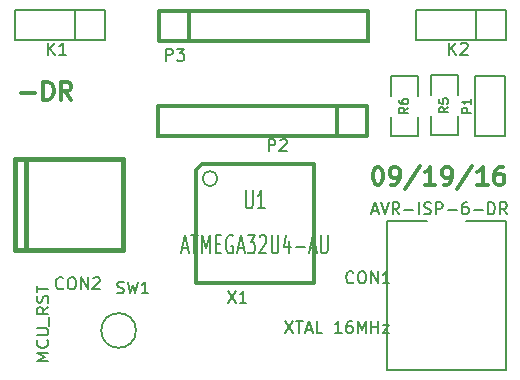
<source format=gto>
G04 (created by PCBNEW (2013-may-18)-stable) date Mon Sep 19 14:24:48 2016*
%MOIN*%
G04 Gerber Fmt 3.4, Leading zero omitted, Abs format*
%FSLAX34Y34*%
G01*
G70*
G90*
G04 APERTURE LIST*
%ADD10C,0.00590551*%
%ADD11C,0.011811*%
%ADD12C,0.005*%
%ADD13C,0.015*%
%ADD14C,0.012*%
%ADD15C,0.008*%
%ADD16C,0.006*%
G04 APERTURE END LIST*
G54D10*
G54D11*
X20584Y-20022D02*
X20641Y-20022D01*
X20697Y-20050D01*
X20725Y-20078D01*
X20753Y-20134D01*
X20781Y-20247D01*
X20781Y-20388D01*
X20753Y-20500D01*
X20725Y-20556D01*
X20697Y-20584D01*
X20641Y-20613D01*
X20584Y-20613D01*
X20528Y-20584D01*
X20500Y-20556D01*
X20472Y-20500D01*
X20444Y-20388D01*
X20444Y-20247D01*
X20472Y-20134D01*
X20500Y-20078D01*
X20528Y-20050D01*
X20584Y-20022D01*
X21062Y-20613D02*
X21175Y-20613D01*
X21231Y-20584D01*
X21259Y-20556D01*
X21316Y-20472D01*
X21344Y-20359D01*
X21344Y-20134D01*
X21316Y-20078D01*
X21287Y-20050D01*
X21231Y-20022D01*
X21119Y-20022D01*
X21062Y-20050D01*
X21034Y-20078D01*
X21006Y-20134D01*
X21006Y-20275D01*
X21034Y-20331D01*
X21062Y-20359D01*
X21119Y-20388D01*
X21231Y-20388D01*
X21287Y-20359D01*
X21316Y-20331D01*
X21344Y-20275D01*
X22019Y-19994D02*
X21512Y-20753D01*
X22525Y-20613D02*
X22187Y-20613D01*
X22356Y-20613D02*
X22356Y-20022D01*
X22300Y-20106D01*
X22244Y-20163D01*
X22187Y-20191D01*
X22806Y-20613D02*
X22919Y-20613D01*
X22975Y-20584D01*
X23003Y-20556D01*
X23059Y-20472D01*
X23087Y-20359D01*
X23087Y-20134D01*
X23059Y-20078D01*
X23031Y-20050D01*
X22975Y-20022D01*
X22862Y-20022D01*
X22806Y-20050D01*
X22778Y-20078D01*
X22750Y-20134D01*
X22750Y-20275D01*
X22778Y-20331D01*
X22806Y-20359D01*
X22862Y-20388D01*
X22975Y-20388D01*
X23031Y-20359D01*
X23059Y-20331D01*
X23087Y-20275D01*
X23762Y-19994D02*
X23256Y-20753D01*
X24268Y-20613D02*
X23931Y-20613D01*
X24100Y-20613D02*
X24100Y-20022D01*
X24043Y-20106D01*
X23987Y-20163D01*
X23931Y-20191D01*
X24775Y-20022D02*
X24662Y-20022D01*
X24606Y-20050D01*
X24578Y-20078D01*
X24521Y-20163D01*
X24493Y-20275D01*
X24493Y-20500D01*
X24521Y-20556D01*
X24550Y-20584D01*
X24606Y-20613D01*
X24718Y-20613D01*
X24775Y-20584D01*
X24803Y-20556D01*
X24831Y-20500D01*
X24831Y-20359D01*
X24803Y-20303D01*
X24775Y-20275D01*
X24718Y-20247D01*
X24606Y-20247D01*
X24550Y-20275D01*
X24521Y-20303D01*
X24493Y-20359D01*
X8731Y-17553D02*
X9181Y-17553D01*
X9462Y-17778D02*
X9462Y-17187D01*
X9603Y-17187D01*
X9687Y-17215D01*
X9744Y-17272D01*
X9772Y-17328D01*
X9800Y-17440D01*
X9800Y-17525D01*
X9772Y-17637D01*
X9744Y-17694D01*
X9687Y-17750D01*
X9603Y-17778D01*
X9462Y-17778D01*
X10390Y-17778D02*
X10194Y-17497D01*
X10053Y-17778D02*
X10053Y-17187D01*
X10278Y-17187D01*
X10334Y-17215D01*
X10362Y-17244D01*
X10390Y-17300D01*
X10390Y-17384D01*
X10362Y-17440D01*
X10334Y-17469D01*
X10278Y-17497D01*
X10053Y-17497D01*
G54D12*
X22384Y-18972D02*
X23284Y-18972D01*
X23284Y-18972D02*
X23284Y-18322D01*
X22384Y-17622D02*
X22384Y-16972D01*
X22384Y-16972D02*
X23284Y-16972D01*
X23284Y-16972D02*
X23284Y-17622D01*
X22384Y-18322D02*
X22384Y-18972D01*
X21946Y-16992D02*
X21046Y-16992D01*
X21046Y-16992D02*
X21046Y-17642D01*
X21946Y-18342D02*
X21946Y-18992D01*
X21946Y-18992D02*
X21046Y-18992D01*
X21046Y-18992D02*
X21046Y-18342D01*
X21946Y-17642D02*
X21946Y-16992D01*
G54D13*
X8897Y-19763D02*
X8897Y-22795D01*
X8503Y-19763D02*
X8503Y-22795D01*
X8503Y-22795D02*
X12125Y-22795D01*
X12125Y-22795D02*
X12125Y-19763D01*
X12125Y-19763D02*
X8503Y-19763D01*
G54D14*
X18485Y-19939D02*
X18485Y-23879D01*
X18485Y-23879D02*
X14545Y-23879D01*
X14545Y-20129D02*
X14545Y-23879D01*
X14735Y-19939D02*
X18485Y-19939D01*
X14545Y-20129D02*
X14735Y-19939D01*
G54D15*
X15265Y-20409D02*
G75*
G03X15265Y-20409I-250J0D01*
G74*
G01*
G54D10*
X12545Y-25472D02*
G75*
G03X12545Y-25472I-577J0D01*
G74*
G01*
G54D16*
X11500Y-14775D02*
X11500Y-15775D01*
X11500Y-15775D02*
X8500Y-15775D01*
X8500Y-15775D02*
X8500Y-14775D01*
X8500Y-14775D02*
X11500Y-14775D01*
X10500Y-15775D02*
X10500Y-14775D01*
X24885Y-14775D02*
X24885Y-15775D01*
X24885Y-15775D02*
X21885Y-15775D01*
X21885Y-15775D02*
X21885Y-14775D01*
X21885Y-14775D02*
X24885Y-14775D01*
X23885Y-15775D02*
X23885Y-14775D01*
X24850Y-18992D02*
X23850Y-18992D01*
X23850Y-18992D02*
X23850Y-16992D01*
X23850Y-16992D02*
X24850Y-16992D01*
X24850Y-16992D02*
X24850Y-18992D01*
G54D10*
X20279Y-14814D02*
X19439Y-14804D01*
X19309Y-14844D02*
X20259Y-14844D01*
X20259Y-14844D02*
X20259Y-15804D01*
X20259Y-15804D02*
X19289Y-15804D01*
X19289Y-15804D02*
X19289Y-15784D01*
X19289Y-15784D02*
X20259Y-15784D01*
X19299Y-14784D02*
X20302Y-14782D01*
X20302Y-14782D02*
X20299Y-15834D01*
X20299Y-15834D02*
X20299Y-15844D01*
X20299Y-15844D02*
X19289Y-15844D01*
G54D14*
X13299Y-15814D02*
X13299Y-14814D01*
X13299Y-14814D02*
X19299Y-14814D01*
X19299Y-15814D02*
X13299Y-15814D01*
X14299Y-15814D02*
X14299Y-14814D01*
G54D10*
X13283Y-18984D02*
X14123Y-18994D01*
X14253Y-18954D02*
X13303Y-18954D01*
X13303Y-18954D02*
X13303Y-17994D01*
X13303Y-17994D02*
X14273Y-17994D01*
X14273Y-17994D02*
X14273Y-18014D01*
X14273Y-18014D02*
X13303Y-18014D01*
X14263Y-19014D02*
X13260Y-19016D01*
X13260Y-19016D02*
X13263Y-17964D01*
X13263Y-17964D02*
X13263Y-17954D01*
X13263Y-17954D02*
X14273Y-17954D01*
G54D14*
X20263Y-17984D02*
X20263Y-18984D01*
X20263Y-18984D02*
X14263Y-18984D01*
X14263Y-17984D02*
X20263Y-17984D01*
X19263Y-17984D02*
X19263Y-18984D01*
G54D10*
X22233Y-21831D02*
X20913Y-21831D01*
X20913Y-21831D02*
X20913Y-26791D01*
X20913Y-26791D02*
X24873Y-26791D01*
X24873Y-26791D02*
X24873Y-21831D01*
X24873Y-21831D02*
X23553Y-21831D01*
G54D12*
X22956Y-18022D02*
X22813Y-18122D01*
X22956Y-18193D02*
X22656Y-18193D01*
X22656Y-18079D01*
X22670Y-18051D01*
X22684Y-18036D01*
X22713Y-18022D01*
X22756Y-18022D01*
X22784Y-18036D01*
X22798Y-18051D01*
X22813Y-18079D01*
X22813Y-18193D01*
X22656Y-17751D02*
X22656Y-17893D01*
X22798Y-17908D01*
X22784Y-17893D01*
X22770Y-17865D01*
X22770Y-17793D01*
X22784Y-17765D01*
X22798Y-17751D01*
X22827Y-17736D01*
X22898Y-17736D01*
X22927Y-17751D01*
X22941Y-17765D01*
X22956Y-17793D01*
X22956Y-17865D01*
X22941Y-17893D01*
X22927Y-17908D01*
X21617Y-18042D02*
X21474Y-18142D01*
X21617Y-18213D02*
X21317Y-18213D01*
X21317Y-18099D01*
X21331Y-18070D01*
X21346Y-18056D01*
X21374Y-18042D01*
X21417Y-18042D01*
X21446Y-18056D01*
X21460Y-18070D01*
X21474Y-18099D01*
X21474Y-18213D01*
X21317Y-17784D02*
X21317Y-17842D01*
X21331Y-17870D01*
X21346Y-17884D01*
X21388Y-17913D01*
X21446Y-17927D01*
X21560Y-17927D01*
X21588Y-17913D01*
X21603Y-17899D01*
X21617Y-17870D01*
X21617Y-17813D01*
X21603Y-17784D01*
X21588Y-17770D01*
X21560Y-17756D01*
X21488Y-17756D01*
X21460Y-17770D01*
X21446Y-17784D01*
X21431Y-17813D01*
X21431Y-17870D01*
X21446Y-17899D01*
X21460Y-17913D01*
X21488Y-17927D01*
G54D10*
X15606Y-24154D02*
X15868Y-24548D01*
X15868Y-24154D02*
X15606Y-24548D01*
X16225Y-24548D02*
X16000Y-24548D01*
X16112Y-24548D02*
X16112Y-24154D01*
X16075Y-24210D01*
X16037Y-24248D01*
X16000Y-24267D01*
X17527Y-25159D02*
X17789Y-25553D01*
X17789Y-25159D02*
X17527Y-25553D01*
X17883Y-25159D02*
X18108Y-25159D01*
X17995Y-25553D02*
X17995Y-25159D01*
X18220Y-25440D02*
X18408Y-25440D01*
X18183Y-25553D02*
X18314Y-25159D01*
X18445Y-25553D01*
X18764Y-25553D02*
X18577Y-25553D01*
X18577Y-25159D01*
X19401Y-25553D02*
X19176Y-25553D01*
X19289Y-25553D02*
X19289Y-25159D01*
X19251Y-25215D01*
X19214Y-25253D01*
X19176Y-25271D01*
X19739Y-25159D02*
X19664Y-25159D01*
X19626Y-25178D01*
X19608Y-25196D01*
X19570Y-25253D01*
X19551Y-25328D01*
X19551Y-25478D01*
X19570Y-25515D01*
X19589Y-25534D01*
X19626Y-25553D01*
X19701Y-25553D01*
X19739Y-25534D01*
X19758Y-25515D01*
X19776Y-25478D01*
X19776Y-25384D01*
X19758Y-25346D01*
X19739Y-25328D01*
X19701Y-25309D01*
X19626Y-25309D01*
X19589Y-25328D01*
X19570Y-25346D01*
X19551Y-25384D01*
X19945Y-25553D02*
X19945Y-25159D01*
X20076Y-25440D01*
X20208Y-25159D01*
X20208Y-25553D01*
X20395Y-25553D02*
X20395Y-25159D01*
X20395Y-25346D02*
X20620Y-25346D01*
X20620Y-25553D02*
X20620Y-25159D01*
X20770Y-25290D02*
X20976Y-25290D01*
X20770Y-25553D01*
X20976Y-25553D01*
G54D15*
X10124Y-24060D02*
X10105Y-24079D01*
X10048Y-24098D01*
X10010Y-24098D01*
X9953Y-24079D01*
X9914Y-24041D01*
X9895Y-24003D01*
X9876Y-23927D01*
X9876Y-23870D01*
X9895Y-23794D01*
X9914Y-23756D01*
X9953Y-23717D01*
X10010Y-23698D01*
X10048Y-23698D01*
X10105Y-23717D01*
X10124Y-23737D01*
X10372Y-23698D02*
X10448Y-23698D01*
X10486Y-23717D01*
X10524Y-23756D01*
X10543Y-23832D01*
X10543Y-23965D01*
X10524Y-24041D01*
X10486Y-24079D01*
X10448Y-24098D01*
X10372Y-24098D01*
X10334Y-24079D01*
X10295Y-24041D01*
X10276Y-23965D01*
X10276Y-23832D01*
X10295Y-23756D01*
X10334Y-23717D01*
X10372Y-23698D01*
X10714Y-24098D02*
X10714Y-23698D01*
X10943Y-24098D01*
X10943Y-23698D01*
X11114Y-23737D02*
X11134Y-23717D01*
X11172Y-23698D01*
X11267Y-23698D01*
X11305Y-23717D01*
X11324Y-23737D01*
X11343Y-23775D01*
X11343Y-23813D01*
X11324Y-23870D01*
X11095Y-24098D01*
X11343Y-24098D01*
X16210Y-20802D02*
X16210Y-21288D01*
X16230Y-21345D01*
X16249Y-21373D01*
X16287Y-21402D01*
X16363Y-21402D01*
X16401Y-21373D01*
X16420Y-21345D01*
X16439Y-21288D01*
X16439Y-20802D01*
X16839Y-21402D02*
X16610Y-21402D01*
X16725Y-21402D02*
X16725Y-20802D01*
X16687Y-20888D01*
X16649Y-20945D01*
X16610Y-20973D01*
X14077Y-22730D02*
X14268Y-22730D01*
X14039Y-22902D02*
X14172Y-22302D01*
X14306Y-22902D01*
X14382Y-22302D02*
X14610Y-22302D01*
X14496Y-22902D02*
X14496Y-22302D01*
X14744Y-22902D02*
X14744Y-22302D01*
X14877Y-22730D01*
X15010Y-22302D01*
X15010Y-22902D01*
X15201Y-22588D02*
X15334Y-22588D01*
X15391Y-22902D02*
X15201Y-22902D01*
X15201Y-22302D01*
X15391Y-22302D01*
X15772Y-22330D02*
X15734Y-22302D01*
X15677Y-22302D01*
X15620Y-22330D01*
X15582Y-22388D01*
X15563Y-22445D01*
X15544Y-22559D01*
X15544Y-22645D01*
X15563Y-22759D01*
X15582Y-22816D01*
X15620Y-22873D01*
X15677Y-22902D01*
X15715Y-22902D01*
X15772Y-22873D01*
X15791Y-22845D01*
X15791Y-22645D01*
X15715Y-22645D01*
X15944Y-22730D02*
X16134Y-22730D01*
X15906Y-22902D02*
X16039Y-22302D01*
X16172Y-22902D01*
X16268Y-22302D02*
X16515Y-22302D01*
X16382Y-22530D01*
X16439Y-22530D01*
X16477Y-22559D01*
X16496Y-22588D01*
X16515Y-22645D01*
X16515Y-22788D01*
X16496Y-22845D01*
X16477Y-22873D01*
X16439Y-22902D01*
X16325Y-22902D01*
X16287Y-22873D01*
X16268Y-22845D01*
X16668Y-22359D02*
X16687Y-22330D01*
X16725Y-22302D01*
X16820Y-22302D01*
X16858Y-22330D01*
X16877Y-22359D01*
X16896Y-22416D01*
X16896Y-22473D01*
X16877Y-22559D01*
X16649Y-22902D01*
X16896Y-22902D01*
X17068Y-22302D02*
X17068Y-22788D01*
X17087Y-22845D01*
X17106Y-22873D01*
X17144Y-22902D01*
X17220Y-22902D01*
X17258Y-22873D01*
X17277Y-22845D01*
X17296Y-22788D01*
X17296Y-22302D01*
X17658Y-22502D02*
X17658Y-22902D01*
X17563Y-22273D02*
X17468Y-22702D01*
X17715Y-22702D01*
X17868Y-22673D02*
X18172Y-22673D01*
X18344Y-22730D02*
X18534Y-22730D01*
X18306Y-22902D02*
X18439Y-22302D01*
X18572Y-22902D01*
X18706Y-22302D02*
X18706Y-22788D01*
X18725Y-22845D01*
X18744Y-22873D01*
X18782Y-22902D01*
X18858Y-22902D01*
X18896Y-22873D01*
X18915Y-22845D01*
X18934Y-22788D01*
X18934Y-22302D01*
G54D10*
X11916Y-24215D02*
X11972Y-24234D01*
X12065Y-24234D01*
X12103Y-24215D01*
X12122Y-24196D01*
X12140Y-24159D01*
X12140Y-24121D01*
X12122Y-24084D01*
X12103Y-24065D01*
X12065Y-24046D01*
X11991Y-24027D01*
X11953Y-24009D01*
X11934Y-23990D01*
X11916Y-23952D01*
X11916Y-23915D01*
X11934Y-23877D01*
X11953Y-23859D01*
X11991Y-23840D01*
X12084Y-23840D01*
X12140Y-23859D01*
X12272Y-23840D02*
X12365Y-24234D01*
X12440Y-23952D01*
X12515Y-24234D01*
X12609Y-23840D01*
X12965Y-24234D02*
X12740Y-24234D01*
X12853Y-24234D02*
X12853Y-23840D01*
X12815Y-23896D01*
X12778Y-23934D01*
X12740Y-23952D01*
X9627Y-26474D02*
X9234Y-26474D01*
X9515Y-26343D01*
X9234Y-26212D01*
X9627Y-26212D01*
X9590Y-25799D02*
X9609Y-25818D01*
X9627Y-25874D01*
X9627Y-25912D01*
X9609Y-25968D01*
X9571Y-26005D01*
X9534Y-26024D01*
X9459Y-26043D01*
X9402Y-26043D01*
X9327Y-26024D01*
X9290Y-26005D01*
X9252Y-25968D01*
X9234Y-25912D01*
X9234Y-25874D01*
X9252Y-25818D01*
X9271Y-25799D01*
X9234Y-25630D02*
X9552Y-25630D01*
X9590Y-25612D01*
X9609Y-25593D01*
X9627Y-25555D01*
X9627Y-25480D01*
X9609Y-25443D01*
X9590Y-25424D01*
X9552Y-25405D01*
X9234Y-25405D01*
X9665Y-25312D02*
X9665Y-25012D01*
X9627Y-24693D02*
X9440Y-24824D01*
X9627Y-24918D02*
X9234Y-24918D01*
X9234Y-24768D01*
X9252Y-24730D01*
X9271Y-24712D01*
X9309Y-24693D01*
X9365Y-24693D01*
X9402Y-24712D01*
X9421Y-24730D01*
X9440Y-24768D01*
X9440Y-24918D01*
X9609Y-24543D02*
X9627Y-24487D01*
X9627Y-24393D01*
X9609Y-24356D01*
X9590Y-24337D01*
X9552Y-24318D01*
X9515Y-24318D01*
X9477Y-24337D01*
X9459Y-24356D01*
X9440Y-24393D01*
X9421Y-24468D01*
X9402Y-24505D01*
X9384Y-24524D01*
X9346Y-24543D01*
X9309Y-24543D01*
X9271Y-24524D01*
X9252Y-24505D01*
X9234Y-24468D01*
X9234Y-24374D01*
X9252Y-24318D01*
X9234Y-24206D02*
X9234Y-23981D01*
X9627Y-24093D02*
X9234Y-24093D01*
G54D16*
X9604Y-16287D02*
X9604Y-15887D01*
X9833Y-16287D02*
X9661Y-16058D01*
X9833Y-15887D02*
X9604Y-16116D01*
X10214Y-16287D02*
X9985Y-16287D01*
X10100Y-16287D02*
X10100Y-15887D01*
X10061Y-15944D01*
X10023Y-15982D01*
X9985Y-16001D01*
X22990Y-16287D02*
X22990Y-15887D01*
X23219Y-16287D02*
X23047Y-16058D01*
X23219Y-15887D02*
X22990Y-16116D01*
X23371Y-15925D02*
X23390Y-15906D01*
X23428Y-15887D01*
X23523Y-15887D01*
X23562Y-15906D01*
X23581Y-15925D01*
X23600Y-15963D01*
X23600Y-16001D01*
X23581Y-16058D01*
X23352Y-16287D01*
X23600Y-16287D01*
X23721Y-18213D02*
X23421Y-18213D01*
X23421Y-18099D01*
X23436Y-18070D01*
X23450Y-18056D01*
X23478Y-18042D01*
X23521Y-18042D01*
X23550Y-18056D01*
X23564Y-18070D01*
X23578Y-18099D01*
X23578Y-18213D01*
X23721Y-17756D02*
X23721Y-17927D01*
X23721Y-17842D02*
X23421Y-17842D01*
X23464Y-17870D01*
X23493Y-17899D01*
X23507Y-17927D01*
G54D15*
X13543Y-16480D02*
X13543Y-16080D01*
X13695Y-16080D01*
X13733Y-16099D01*
X13752Y-16118D01*
X13771Y-16156D01*
X13771Y-16214D01*
X13752Y-16252D01*
X13733Y-16271D01*
X13695Y-16290D01*
X13543Y-16290D01*
X13905Y-16080D02*
X14152Y-16080D01*
X14019Y-16233D01*
X14076Y-16233D01*
X14114Y-16252D01*
X14133Y-16271D01*
X14152Y-16309D01*
X14152Y-16404D01*
X14133Y-16442D01*
X14114Y-16461D01*
X14076Y-16480D01*
X13962Y-16480D01*
X13924Y-16461D01*
X13905Y-16442D01*
X16968Y-19496D02*
X16968Y-19096D01*
X17120Y-19096D01*
X17159Y-19115D01*
X17178Y-19134D01*
X17197Y-19172D01*
X17197Y-19229D01*
X17178Y-19267D01*
X17159Y-19286D01*
X17120Y-19305D01*
X16968Y-19305D01*
X17349Y-19134D02*
X17368Y-19115D01*
X17406Y-19096D01*
X17501Y-19096D01*
X17539Y-19115D01*
X17559Y-19134D01*
X17578Y-19172D01*
X17578Y-19210D01*
X17559Y-19267D01*
X17330Y-19496D01*
X17578Y-19496D01*
G54D10*
X19797Y-23862D02*
X19778Y-23880D01*
X19722Y-23899D01*
X19685Y-23899D01*
X19628Y-23880D01*
X19591Y-23843D01*
X19572Y-23805D01*
X19553Y-23730D01*
X19553Y-23674D01*
X19572Y-23599D01*
X19591Y-23562D01*
X19628Y-23524D01*
X19685Y-23505D01*
X19722Y-23505D01*
X19778Y-23524D01*
X19797Y-23543D01*
X20041Y-23505D02*
X20116Y-23505D01*
X20153Y-23524D01*
X20191Y-23562D01*
X20209Y-23637D01*
X20209Y-23768D01*
X20191Y-23843D01*
X20153Y-23880D01*
X20116Y-23899D01*
X20041Y-23899D01*
X20003Y-23880D01*
X19966Y-23843D01*
X19947Y-23768D01*
X19947Y-23637D01*
X19966Y-23562D01*
X20003Y-23524D01*
X20041Y-23505D01*
X20378Y-23899D02*
X20378Y-23505D01*
X20603Y-23899D01*
X20603Y-23505D01*
X20997Y-23899D02*
X20772Y-23899D01*
X20884Y-23899D02*
X20884Y-23505D01*
X20847Y-23562D01*
X20809Y-23599D01*
X20772Y-23618D01*
X20407Y-21483D02*
X20595Y-21483D01*
X20370Y-21596D02*
X20501Y-21202D01*
X20632Y-21596D01*
X20707Y-21202D02*
X20838Y-21596D01*
X20970Y-21202D01*
X21326Y-21596D02*
X21195Y-21408D01*
X21101Y-21596D02*
X21101Y-21202D01*
X21251Y-21202D01*
X21288Y-21221D01*
X21307Y-21240D01*
X21326Y-21277D01*
X21326Y-21333D01*
X21307Y-21371D01*
X21288Y-21390D01*
X21251Y-21408D01*
X21101Y-21408D01*
X21495Y-21446D02*
X21795Y-21446D01*
X21982Y-21596D02*
X21982Y-21202D01*
X22151Y-21577D02*
X22207Y-21596D01*
X22301Y-21596D01*
X22338Y-21577D01*
X22357Y-21558D01*
X22376Y-21521D01*
X22376Y-21483D01*
X22357Y-21446D01*
X22338Y-21427D01*
X22301Y-21408D01*
X22226Y-21390D01*
X22188Y-21371D01*
X22170Y-21352D01*
X22151Y-21315D01*
X22151Y-21277D01*
X22170Y-21240D01*
X22188Y-21221D01*
X22226Y-21202D01*
X22320Y-21202D01*
X22376Y-21221D01*
X22544Y-21596D02*
X22544Y-21202D01*
X22694Y-21202D01*
X22732Y-21221D01*
X22751Y-21240D01*
X22769Y-21277D01*
X22769Y-21333D01*
X22751Y-21371D01*
X22732Y-21390D01*
X22694Y-21408D01*
X22544Y-21408D01*
X22938Y-21446D02*
X23238Y-21446D01*
X23594Y-21202D02*
X23519Y-21202D01*
X23482Y-21221D01*
X23463Y-21240D01*
X23426Y-21296D01*
X23407Y-21371D01*
X23407Y-21521D01*
X23426Y-21558D01*
X23444Y-21577D01*
X23482Y-21596D01*
X23557Y-21596D01*
X23594Y-21577D01*
X23613Y-21558D01*
X23632Y-21521D01*
X23632Y-21427D01*
X23613Y-21390D01*
X23594Y-21371D01*
X23557Y-21352D01*
X23482Y-21352D01*
X23444Y-21371D01*
X23426Y-21390D01*
X23407Y-21427D01*
X23801Y-21446D02*
X24101Y-21446D01*
X24288Y-21596D02*
X24288Y-21202D01*
X24382Y-21202D01*
X24438Y-21221D01*
X24476Y-21258D01*
X24494Y-21296D01*
X24513Y-21371D01*
X24513Y-21427D01*
X24494Y-21502D01*
X24476Y-21540D01*
X24438Y-21577D01*
X24382Y-21596D01*
X24288Y-21596D01*
X24907Y-21596D02*
X24775Y-21408D01*
X24682Y-21596D02*
X24682Y-21202D01*
X24832Y-21202D01*
X24869Y-21221D01*
X24888Y-21240D01*
X24907Y-21277D01*
X24907Y-21333D01*
X24888Y-21371D01*
X24869Y-21390D01*
X24832Y-21408D01*
X24682Y-21408D01*
M02*

</source>
